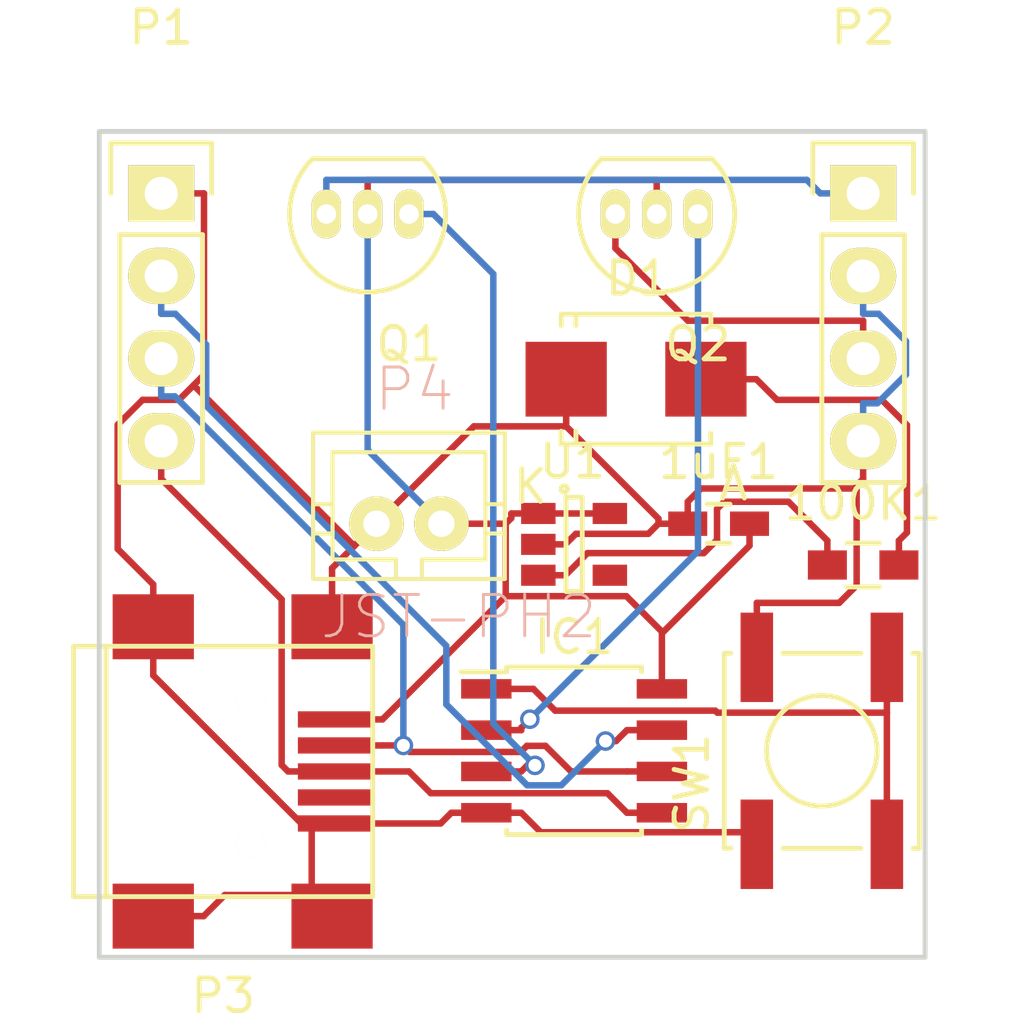
<source format=kicad_pcb>
(kicad_pcb (version 4) (host pcbnew "(2015-11-19 BZR 6326, Git 08d9b36)-product")

  (general
    (links 34)
    (no_connects 0)
    (area 187.296667 84.58 219.103334 116.46118)
    (thickness 1.6)
    (drawings 4)
    (tracks 159)
    (zones 0)
    (modules 12)
    (nets 13)
  )

  (page A4)
  (layers
    (0 F.Cu signal)
    (31 B.Cu signal)
    (32 B.Adhes user)
    (33 F.Adhes user)
    (34 B.Paste user)
    (35 F.Paste user)
    (36 B.SilkS user)
    (37 F.SilkS user)
    (38 B.Mask user)
    (39 F.Mask user)
    (40 Dwgs.User user)
    (41 Cmts.User user)
    (42 Eco1.User user)
    (43 Eco2.User user)
    (44 Edge.Cuts user)
    (45 Margin user)
    (46 B.CrtYd user)
    (47 F.CrtYd user)
    (48 B.Fab user)
    (49 F.Fab user)
  )

  (setup
    (last_trace_width 0.2)
    (trace_clearance 0.2)
    (zone_clearance 0.508)
    (zone_45_only no)
    (trace_min 0.2)
    (segment_width 0.2)
    (edge_width 0.15)
    (via_size 0.6)
    (via_drill 0.4)
    (via_min_size 0.4)
    (via_min_drill 0.3)
    (uvia_size 0.3)
    (uvia_drill 0.1)
    (uvias_allowed no)
    (uvia_min_size 0.2)
    (uvia_min_drill 0.1)
    (pcb_text_width 0.3)
    (pcb_text_size 1.5 1.5)
    (mod_edge_width 0.15)
    (mod_text_size 1 1)
    (mod_text_width 0.15)
    (pad_size 1.524 1.524)
    (pad_drill 0.762)
    (pad_to_mask_clearance 0.2)
    (aux_axis_origin 0 0)
    (visible_elements FFFFFF7F)
    (pcbplotparams
      (layerselection 0x01030_80000001)
      (usegerberextensions false)
      (excludeedgelayer true)
      (linewidth 0.100000)
      (plotframeref false)
      (viasonmask false)
      (mode 1)
      (useauxorigin false)
      (hpglpennumber 1)
      (hpglpenspeed 20)
      (hpglpendiameter 15)
      (hpglpenoverlay 2)
      (psnegative false)
      (psa4output false)
      (plotreference true)
      (plotvalue true)
      (plotinvisibletext false)
      (padsonsilk false)
      (subtractmaskfromsilk false)
      (outputformat 1)
      (mirror false)
      (drillshape 0)
      (scaleselection 1)
      (outputdirectory Export/))
  )

  (net 0 "")
  (net 1 VCC)
  (net 2 GND)
  (net 3 "Net-(100K1-Pad1)")
  (net 4 "Net-(100K1-Pad2)")
  (net 5 "Net-(IC1-Pad1)")
  (net 6 "Net-(IC1-Pad2)")
  (net 7 "Net-(IC1-Pad3)")
  (net 8 "Net-(IC1-Pad5)")
  (net 9 "Net-(IC1-Pad6)")
  (net 10 "Net-(IC1-Pad7)")
  (net 11 "Net-(P2-Pad1)")
  (net 12 "Net-(P2-Pad3)")

  (net_class Default "This is the default net class."
    (clearance 0.2)
    (trace_width 0.2)
    (via_dia 0.6)
    (via_drill 0.4)
    (uvia_dia 0.3)
    (uvia_drill 0.1)
    (add_net GND)
    (add_net "Net-(100K1-Pad1)")
    (add_net "Net-(100K1-Pad2)")
    (add_net "Net-(IC1-Pad1)")
    (add_net "Net-(IC1-Pad2)")
    (add_net "Net-(IC1-Pad3)")
    (add_net "Net-(IC1-Pad5)")
    (add_net "Net-(IC1-Pad6)")
    (add_net "Net-(IC1-Pad7)")
    (add_net "Net-(P2-Pad1)")
    (add_net "Net-(P2-Pad3)")
    (add_net VCC)
  )

  (module Capacitors_SMD:C_0603_HandSoldering (layer F.Cu) (tedit 541A9B4D) (tstamp 56512B6C)
    (at 31.242 24.257)
    (descr "Capacitor SMD 0603, hand soldering")
    (tags "capacitor 0603")
    (path /5650EBA0)
    (attr smd)
    (fp_text reference 1uF1 (at 0 -1.9) (layer F.SilkS)
      (effects (font (size 1 1) (thickness 0.15)))
    )
    (fp_text value C (at 0 1.9) (layer F.Fab)
      (effects (font (size 1 1) (thickness 0.15)))
    )
    (fp_line (start -1.85 -0.75) (end 1.85 -0.75) (layer F.CrtYd) (width 0.05))
    (fp_line (start -1.85 0.75) (end 1.85 0.75) (layer F.CrtYd) (width 0.05))
    (fp_line (start -1.85 -0.75) (end -1.85 0.75) (layer F.CrtYd) (width 0.05))
    (fp_line (start 1.85 -0.75) (end 1.85 0.75) (layer F.CrtYd) (width 0.05))
    (fp_line (start -0.35 -0.6) (end 0.35 -0.6) (layer F.SilkS) (width 0.15))
    (fp_line (start 0.35 0.6) (end -0.35 0.6) (layer F.SilkS) (width 0.15))
    (pad 1 smd rect (at -0.95 0) (size 1.2 0.75) (layers F.Cu F.Paste F.Mask)
      (net 2 GND))
    (pad 2 smd rect (at 0.95 0) (size 1.2 0.75) (layers F.Cu F.Paste F.Mask)
      (net 1 VCC))
    (model Capacitors_SMD.3dshapes/C_0603_HandSoldering.wrl
      (at (xyz 0 0 0))
      (scale (xyz 1 1 1))
      (rotate (xyz 0 0 0))
    )
  )

  (module Resistors_SMD:R_0603_HandSoldering (layer F.Cu) (tedit 5418A00F) (tstamp 56512B78)
    (at 35.687 25.527)
    (descr "Resistor SMD 0603, hand soldering")
    (tags "resistor 0603")
    (path /5650F154)
    (attr smd)
    (fp_text reference 100K1 (at 0 -1.9) (layer F.SilkS)
      (effects (font (size 1 1) (thickness 0.15)))
    )
    (fp_text value R (at 0 1.9) (layer F.Fab)
      (effects (font (size 1 1) (thickness 0.15)))
    )
    (fp_line (start -2 -0.8) (end 2 -0.8) (layer F.CrtYd) (width 0.05))
    (fp_line (start -2 0.8) (end 2 0.8) (layer F.CrtYd) (width 0.05))
    (fp_line (start -2 -0.8) (end -2 0.8) (layer F.CrtYd) (width 0.05))
    (fp_line (start 2 -0.8) (end 2 0.8) (layer F.CrtYd) (width 0.05))
    (fp_line (start 0.5 0.675) (end -0.5 0.675) (layer F.SilkS) (width 0.15))
    (fp_line (start -0.5 -0.675) (end 0.5 -0.675) (layer F.SilkS) (width 0.15))
    (pad 1 smd rect (at -1.1 0) (size 1.2 0.9) (layers F.Cu F.Paste F.Mask)
      (net 3 "Net-(100K1-Pad1)"))
    (pad 2 smd rect (at 1.1 0) (size 1.2 0.9) (layers F.Cu F.Paste F.Mask)
      (net 4 "Net-(100K1-Pad2)"))
    (model Resistors_SMD.3dshapes/R_0603_HandSoldering.wrl
      (at (xyz 0 0 0))
      (scale (xyz 1 1 1))
      (rotate (xyz 0 0 0))
    )
  )

  (module Housings_SOIC:SOIC-8_3.9x4.9mm_Pitch1.27mm locked (layer F.Cu) (tedit 54130A77) (tstamp 56512BAA)
    (at 26.797 31.242)
    (descr "8-Lead Plastic Small Outline (SN) - Narrow, 3.90 mm Body [SOIC] (see Microchip Packaging Specification 00000049BS.pdf)")
    (tags "SOIC 1.27")
    (path /5650E9BF)
    (attr smd)
    (fp_text reference IC1 (at 0 -3.5) (layer F.SilkS)
      (effects (font (size 1 1) (thickness 0.15)))
    )
    (fp_text value ATTINY85-S (at 0 3.5) (layer F.Fab)
      (effects (font (size 1 1) (thickness 0.15)))
    )
    (fp_line (start -3.75 -2.75) (end -3.75 2.75) (layer F.CrtYd) (width 0.05))
    (fp_line (start 3.75 -2.75) (end 3.75 2.75) (layer F.CrtYd) (width 0.05))
    (fp_line (start -3.75 -2.75) (end 3.75 -2.75) (layer F.CrtYd) (width 0.05))
    (fp_line (start -3.75 2.75) (end 3.75 2.75) (layer F.CrtYd) (width 0.05))
    (fp_line (start -2.075 -2.575) (end -2.075 -2.43) (layer F.SilkS) (width 0.15))
    (fp_line (start 2.075 -2.575) (end 2.075 -2.43) (layer F.SilkS) (width 0.15))
    (fp_line (start 2.075 2.575) (end 2.075 2.43) (layer F.SilkS) (width 0.15))
    (fp_line (start -2.075 2.575) (end -2.075 2.43) (layer F.SilkS) (width 0.15))
    (fp_line (start -2.075 -2.575) (end 2.075 -2.575) (layer F.SilkS) (width 0.15))
    (fp_line (start -2.075 2.575) (end 2.075 2.575) (layer F.SilkS) (width 0.15))
    (fp_line (start -2.075 -2.43) (end -3.475 -2.43) (layer F.SilkS) (width 0.15))
    (pad 1 smd rect (at -2.7 -1.905) (size 1.55 0.6) (layers F.Cu F.Paste F.Mask)
      (net 5 "Net-(IC1-Pad1)"))
    (pad 2 smd rect (at -2.7 -0.635) (size 1.55 0.6) (layers F.Cu F.Paste F.Mask)
      (net 6 "Net-(IC1-Pad2)"))
    (pad 3 smd rect (at -2.7 0.635) (size 1.55 0.6) (layers F.Cu F.Paste F.Mask)
      (net 7 "Net-(IC1-Pad3)"))
    (pad 4 smd rect (at -2.7 1.905) (size 1.55 0.6) (layers F.Cu F.Paste F.Mask)
      (net 2 GND))
    (pad 5 smd rect (at 2.7 1.905) (size 1.55 0.6) (layers F.Cu F.Paste F.Mask)
      (net 8 "Net-(IC1-Pad5)"))
    (pad 6 smd rect (at 2.7 0.635) (size 1.55 0.6) (layers F.Cu F.Paste F.Mask)
      (net 9 "Net-(IC1-Pad6)"))
    (pad 7 smd rect (at 2.7 -0.635) (size 1.55 0.6) (layers F.Cu F.Paste F.Mask)
      (net 10 "Net-(IC1-Pad7)"))
    (pad 8 smd rect (at 2.7 -1.905) (size 1.55 0.6) (layers F.Cu F.Paste F.Mask)
      (net 1 VCC))
    (model Housings_SOIC.3dshapes/SOIC-8_3.9x4.9mm_Pitch1.27mm.wrl
      (at (xyz 0 0 0))
      (scale (xyz 1 1 1))
      (rotate (xyz 0 0 0))
    )
  )

  (module Pin_Headers:Pin_Header_Straight_1x04 (layer F.Cu) (tedit 0) (tstamp 56512BBD)
    (at 14.097 14.097)
    (descr "Through hole pin header")
    (tags "pin header")
    (path /5650FB46)
    (fp_text reference P1 (at 0 -5.1) (layer F.SilkS)
      (effects (font (size 1 1) (thickness 0.15)))
    )
    (fp_text value CONN_01X04 (at 0 -3.1) (layer F.Fab)
      (effects (font (size 1 1) (thickness 0.15)))
    )
    (fp_line (start -1.75 -1.75) (end -1.75 9.4) (layer F.CrtYd) (width 0.05))
    (fp_line (start 1.75 -1.75) (end 1.75 9.4) (layer F.CrtYd) (width 0.05))
    (fp_line (start -1.75 -1.75) (end 1.75 -1.75) (layer F.CrtYd) (width 0.05))
    (fp_line (start -1.75 9.4) (end 1.75 9.4) (layer F.CrtYd) (width 0.05))
    (fp_line (start -1.27 1.27) (end -1.27 8.89) (layer F.SilkS) (width 0.15))
    (fp_line (start 1.27 1.27) (end 1.27 8.89) (layer F.SilkS) (width 0.15))
    (fp_line (start 1.55 -1.55) (end 1.55 0) (layer F.SilkS) (width 0.15))
    (fp_line (start -1.27 8.89) (end 1.27 8.89) (layer F.SilkS) (width 0.15))
    (fp_line (start 1.27 1.27) (end -1.27 1.27) (layer F.SilkS) (width 0.15))
    (fp_line (start -1.55 0) (end -1.55 -1.55) (layer F.SilkS) (width 0.15))
    (fp_line (start -1.55 -1.55) (end 1.55 -1.55) (layer F.SilkS) (width 0.15))
    (pad 1 thru_hole rect (at 0 0) (size 2.032 1.7272) (drill 1.016) (layers *.Cu *.Mask F.SilkS)
      (net 2 GND))
    (pad 2 thru_hole oval (at 0 2.54) (size 2.032 1.7272) (drill 1.016) (layers *.Cu *.Mask F.SilkS)
      (net 10 "Net-(IC1-Pad7)"))
    (pad 3 thru_hole oval (at 0 5.08) (size 2.032 1.7272) (drill 1.016) (layers *.Cu *.Mask F.SilkS)
      (net 9 "Net-(IC1-Pad6)"))
    (pad 4 thru_hole oval (at 0 7.62) (size 2.032 1.7272) (drill 1.016) (layers *.Cu *.Mask F.SilkS)
      (net 8 "Net-(IC1-Pad5)"))
    (model Pin_Headers.3dshapes/Pin_Header_Straight_1x04.wrl
      (at (xyz 0 -0.15 0))
      (scale (xyz 1 1 1))
      (rotate (xyz 0 0 90))
    )
  )

  (module Pin_Headers:Pin_Header_Straight_1x04 (layer F.Cu) (tedit 0) (tstamp 56512BD0)
    (at 35.687 14.097)
    (descr "Through hole pin header")
    (tags "pin header")
    (path /5650F76C)
    (fp_text reference P2 (at 0 -5.1) (layer F.SilkS)
      (effects (font (size 1 1) (thickness 0.15)))
    )
    (fp_text value CONN_01X04 (at 0 -3.1) (layer F.Fab)
      (effects (font (size 1 1) (thickness 0.15)))
    )
    (fp_line (start -1.75 -1.75) (end -1.75 9.4) (layer F.CrtYd) (width 0.05))
    (fp_line (start 1.75 -1.75) (end 1.75 9.4) (layer F.CrtYd) (width 0.05))
    (fp_line (start -1.75 -1.75) (end 1.75 -1.75) (layer F.CrtYd) (width 0.05))
    (fp_line (start -1.75 9.4) (end 1.75 9.4) (layer F.CrtYd) (width 0.05))
    (fp_line (start -1.27 1.27) (end -1.27 8.89) (layer F.SilkS) (width 0.15))
    (fp_line (start 1.27 1.27) (end 1.27 8.89) (layer F.SilkS) (width 0.15))
    (fp_line (start 1.55 -1.55) (end 1.55 0) (layer F.SilkS) (width 0.15))
    (fp_line (start -1.27 8.89) (end 1.27 8.89) (layer F.SilkS) (width 0.15))
    (fp_line (start 1.27 1.27) (end -1.27 1.27) (layer F.SilkS) (width 0.15))
    (fp_line (start -1.55 0) (end -1.55 -1.55) (layer F.SilkS) (width 0.15))
    (fp_line (start -1.55 -1.55) (end 1.55 -1.55) (layer F.SilkS) (width 0.15))
    (pad 1 thru_hole rect (at 0 0) (size 2.032 1.7272) (drill 1.016) (layers *.Cu *.Mask F.SilkS)
      (net 11 "Net-(P2-Pad1)"))
    (pad 2 thru_hole oval (at 0 2.54) (size 2.032 1.7272) (drill 1.016) (layers *.Cu *.Mask F.SilkS)
      (net 2 GND))
    (pad 3 thru_hole oval (at 0 5.08) (size 2.032 1.7272) (drill 1.016) (layers *.Cu *.Mask F.SilkS)
      (net 12 "Net-(P2-Pad3)"))
    (pad 4 thru_hole oval (at 0 7.62) (size 2.032 1.7272) (drill 1.016) (layers *.Cu *.Mask F.SilkS)
      (net 2 GND))
    (model Pin_Headers.3dshapes/Pin_Header_Straight_1x04.wrl
      (at (xyz 0 -0.15 0))
      (scale (xyz 1 1 1))
      (rotate (xyz 0 0 90))
    )
  )

  (module Connect:USB_Mini-B locked (layer F.Cu) (tedit 5543E571) (tstamp 56512BE8)
    (at 16.002 31.877)
    (descr "USB Mini-B 5-pin SMD connector")
    (tags "USB USB_B USB_Mini connector")
    (path /5650EA4E)
    (attr smd)
    (fp_text reference P3 (at 0 6.90118) (layer F.SilkS)
      (effects (font (size 1 1) (thickness 0.15)))
    )
    (fp_text value USB_OTG (at 0 -7.0993) (layer F.Fab)
      (effects (font (size 1 1) (thickness 0.15)))
    )
    (fp_line (start -4.85 -5.7) (end 4.85 -5.7) (layer F.CrtYd) (width 0.05))
    (fp_line (start 4.85 -5.7) (end 4.85 5.7) (layer F.CrtYd) (width 0.05))
    (fp_line (start 4.85 5.7) (end -4.85 5.7) (layer F.CrtYd) (width 0.05))
    (fp_line (start -4.85 5.7) (end -4.85 -5.7) (layer F.CrtYd) (width 0.05))
    (fp_line (start -3.59918 -3.85064) (end -3.59918 3.85064) (layer F.SilkS) (width 0.15))
    (fp_line (start -4.59994 -3.85064) (end -4.59994 3.85064) (layer F.SilkS) (width 0.15))
    (fp_line (start -4.59994 3.85064) (end 4.59994 3.85064) (layer F.SilkS) (width 0.15))
    (fp_line (start 4.59994 3.85064) (end 4.59994 -3.85064) (layer F.SilkS) (width 0.15))
    (fp_line (start 4.59994 -3.85064) (end -4.59994 -3.85064) (layer F.SilkS) (width 0.15))
    (pad 1 smd rect (at 3.44932 -1.6002) (size 2.30124 0.50038) (layers F.Cu F.Paste F.Mask)
      (net 1 VCC))
    (pad 2 smd rect (at 3.44932 -0.8001) (size 2.30124 0.50038) (layers F.Cu F.Paste F.Mask)
      (net 9 "Net-(IC1-Pad6)"))
    (pad 3 smd rect (at 3.44932 0) (size 2.30124 0.50038) (layers F.Cu F.Paste F.Mask)
      (net 8 "Net-(IC1-Pad5)"))
    (pad 4 smd rect (at 3.44932 0.8001) (size 2.30124 0.50038) (layers F.Cu F.Paste F.Mask))
    (pad 5 smd rect (at 3.44932 1.6002) (size 2.30124 0.50038) (layers F.Cu F.Paste F.Mask)
      (net 2 GND))
    (pad 6 smd rect (at 3.35026 -4.45008) (size 2.49936 1.99898) (layers F.Cu F.Paste F.Mask)
      (net 2 GND))
    (pad 6 smd rect (at -2.14884 -4.45008) (size 2.49936 1.99898) (layers F.Cu F.Paste F.Mask)
      (net 2 GND))
    (pad 6 smd rect (at 3.35026 4.45008) (size 2.49936 1.99898) (layers F.Cu F.Paste F.Mask)
      (net 2 GND))
    (pad 6 smd rect (at -2.14884 4.45008) (size 2.49936 1.99898) (layers F.Cu F.Paste F.Mask)
      (net 2 GND))
    (pad "" np_thru_hole circle (at 0.8509 -2.19964) (size 0.89916 0.89916) (drill 0.89916) (layers *.Cu *.Mask F.SilkS))
    (pad "" np_thru_hole circle (at 0.8509 2.19964) (size 0.89916 0.89916) (drill 0.89916) (layers *.Cu *.Mask F.SilkS))
  )

  (module Housings_TO-92:TO-92_Inline_Narrow_Oval (layer F.Cu) (tedit 54F24281) (tstamp 56512BF6)
    (at 21.717 14.732 180)
    (descr "TO-92 leads in-line, narrow, oval pads, drill 0.6mm (see NXP sot054_po.pdf)")
    (tags "to-92 sc-43 sc-43a sot54 PA33 transistor")
    (path /5650F356)
    (fp_text reference Q1 (at 0 -4 180) (layer F.SilkS)
      (effects (font (size 1 1) (thickness 0.15)))
    )
    (fp_text value Q_NPN_BCE (at 0 3 180) (layer F.Fab)
      (effects (font (size 1 1) (thickness 0.15)))
    )
    (fp_line (start -1.4 1.95) (end -1.4 -2.65) (layer F.CrtYd) (width 0.05))
    (fp_line (start -1.4 1.95) (end 3.95 1.95) (layer F.CrtYd) (width 0.05))
    (fp_line (start -0.43 1.7) (end 2.97 1.7) (layer F.SilkS) (width 0.15))
    (fp_arc (start 1.27 0) (end 1.27 -2.4) (angle -135) (layer F.SilkS) (width 0.15))
    (fp_arc (start 1.27 0) (end 1.27 -2.4) (angle 135) (layer F.SilkS) (width 0.15))
    (fp_line (start -1.4 -2.65) (end 3.95 -2.65) (layer F.CrtYd) (width 0.05))
    (fp_line (start 3.95 1.95) (end 3.95 -2.65) (layer F.CrtYd) (width 0.05))
    (pad 2 thru_hole oval (at 1.27 0) (size 0.89916 1.50114) (drill 0.6) (layers *.Cu *.Mask F.SilkS)
      (net 1 VCC))
    (pad 3 thru_hole oval (at 2.54 0) (size 0.89916 1.50114) (drill 0.6) (layers *.Cu *.Mask F.SilkS)
      (net 11 "Net-(P2-Pad1)"))
    (pad 1 thru_hole oval (at 0 0) (size 0.89916 1.50114) (drill 0.6) (layers *.Cu *.Mask F.SilkS)
      (net 7 "Net-(IC1-Pad3)"))
    (model Housings_TO-92.3dshapes/TO-92_Inline_Narrow_Oval.wrl
      (at (xyz 0.05 0 0))
      (scale (xyz 1 1 1))
      (rotate (xyz 0 0 -90))
    )
  )

  (module Housings_TO-92:TO-92_Inline_Narrow_Oval (layer F.Cu) (tedit 54F24281) (tstamp 56512C04)
    (at 30.607 14.732 180)
    (descr "TO-92 leads in-line, narrow, oval pads, drill 0.6mm (see NXP sot054_po.pdf)")
    (tags "to-92 sc-43 sc-43a sot54 PA33 transistor")
    (path /5650F48B)
    (fp_text reference Q2 (at 0 -4 180) (layer F.SilkS)
      (effects (font (size 1 1) (thickness 0.15)))
    )
    (fp_text value Q_NPN_BCE (at 0 3 180) (layer F.Fab)
      (effects (font (size 1 1) (thickness 0.15)))
    )
    (fp_line (start -1.4 1.95) (end -1.4 -2.65) (layer F.CrtYd) (width 0.05))
    (fp_line (start -1.4 1.95) (end 3.95 1.95) (layer F.CrtYd) (width 0.05))
    (fp_line (start -0.43 1.7) (end 2.97 1.7) (layer F.SilkS) (width 0.15))
    (fp_arc (start 1.27 0) (end 1.27 -2.4) (angle -135) (layer F.SilkS) (width 0.15))
    (fp_arc (start 1.27 0) (end 1.27 -2.4) (angle 135) (layer F.SilkS) (width 0.15))
    (fp_line (start -1.4 -2.65) (end 3.95 -2.65) (layer F.CrtYd) (width 0.05))
    (fp_line (start 3.95 1.95) (end 3.95 -2.65) (layer F.CrtYd) (width 0.05))
    (pad 2 thru_hole oval (at 1.27 0) (size 0.89916 1.50114) (drill 0.6) (layers *.Cu *.Mask F.SilkS)
      (net 1 VCC))
    (pad 3 thru_hole oval (at 2.54 0) (size 0.89916 1.50114) (drill 0.6) (layers *.Cu *.Mask F.SilkS)
      (net 12 "Net-(P2-Pad3)"))
    (pad 1 thru_hole oval (at 0 0) (size 0.89916 1.50114) (drill 0.6) (layers *.Cu *.Mask F.SilkS)
      (net 6 "Net-(IC1-Pad2)"))
    (model Housings_TO-92.3dshapes/TO-92_Inline_Narrow_Oval.wrl
      (at (xyz 0.05 0 0))
      (scale (xyz 1 1 1))
      (rotate (xyz 0 0 -90))
    )
  )

  (module Buttons_Switches_SMD:SW_SPST_EVPBF (layer F.Cu) (tedit 55DAF9A7) (tstamp 56512C19)
    (at 34.417 31.242 90)
    (descr "Light Touch Switch")
    (path /5650F657)
    (attr smd)
    (fp_text reference SW1 (at -1 -4 90) (layer F.SilkS)
      (effects (font (size 1 1) (thickness 0.15)))
    )
    (fp_text value SW_PUSH (at 0 0 90) (layer F.Fab)
      (effects (font (size 1 1) (thickness 0.15)))
    )
    (fp_line (start -4.5 -3.25) (end 4.5 -3.25) (layer F.CrtYd) (width 0.05))
    (fp_line (start 4.5 -3.25) (end 4.5 3.25) (layer F.CrtYd) (width 0.05))
    (fp_line (start 4.5 3.25) (end -4.5 3.25) (layer F.CrtYd) (width 0.05))
    (fp_line (start -4.5 3.25) (end -4.5 -3.25) (layer F.CrtYd) (width 0.05))
    (fp_line (start 3 -3) (end 3 -2.8) (layer F.SilkS) (width 0.15))
    (fp_line (start 3 3) (end 3 2.8) (layer F.SilkS) (width 0.15))
    (fp_line (start -3 3) (end -3 2.8) (layer F.SilkS) (width 0.15))
    (fp_line (start -3 -3) (end -3 -2.8) (layer F.SilkS) (width 0.15))
    (fp_line (start -3 -1.2) (end -3 1.2) (layer F.SilkS) (width 0.15))
    (fp_line (start 3 -1.2) (end 3 1.2) (layer F.SilkS) (width 0.15))
    (fp_line (start 3 -3) (end -3 -3) (layer F.SilkS) (width 0.15))
    (fp_line (start -3 3) (end 3 3) (layer F.SilkS) (width 0.15))
    (fp_circle (center 0 0) (end 1.7 0) (layer F.SilkS) (width 0.15))
    (pad 1 smd rect (at 2.875 -2 90) (size 2.75 1) (layers F.Cu F.Paste F.Mask)
      (net 2 GND))
    (pad 1 smd rect (at -2.875 -2 90) (size 2.75 1) (layers F.Cu F.Paste F.Mask)
      (net 2 GND))
    (pad 2 smd rect (at -2.875 2 90) (size 2.75 1) (layers F.Cu F.Paste F.Mask)
      (net 5 "Net-(IC1-Pad1)"))
    (pad 2 smd rect (at 2.875 2 90) (size 2.75 1) (layers F.Cu F.Paste F.Mask)
      (net 5 "Net-(IC1-Pad1)"))
  )

  (module Housings_SOT-23_SOT-143_TSOT-6:SOT-23-5 (layer F.Cu) (tedit 55360473) (tstamp 56512C2B)
    (at 26.797 24.892)
    (descr "5-pin SOT23 package")
    (tags SOT-23-5)
    (path /5650E982)
    (attr smd)
    (fp_text reference U1 (at -0.05 -2.55) (layer F.SilkS)
      (effects (font (size 1 1) (thickness 0.15)))
    )
    (fp_text value Maxim_1555 (at -0.05 2.35) (layer F.Fab)
      (effects (font (size 1 1) (thickness 0.15)))
    )
    (fp_line (start -1.8 -1.6) (end 1.8 -1.6) (layer F.CrtYd) (width 0.05))
    (fp_line (start 1.8 -1.6) (end 1.8 1.6) (layer F.CrtYd) (width 0.05))
    (fp_line (start 1.8 1.6) (end -1.8 1.6) (layer F.CrtYd) (width 0.05))
    (fp_line (start -1.8 1.6) (end -1.8 -1.6) (layer F.CrtYd) (width 0.05))
    (fp_circle (center -0.3 -1.7) (end -0.2 -1.7) (layer F.SilkS) (width 0.15))
    (fp_line (start 0.25 -1.45) (end -0.25 -1.45) (layer F.SilkS) (width 0.15))
    (fp_line (start 0.25 1.45) (end 0.25 -1.45) (layer F.SilkS) (width 0.15))
    (fp_line (start -0.25 1.45) (end 0.25 1.45) (layer F.SilkS) (width 0.15))
    (fp_line (start -0.25 -1.45) (end -0.25 1.45) (layer F.SilkS) (width 0.15))
    (pad 1 smd rect (at -1.1 -0.95) (size 1.06 0.65) (layers F.Cu F.Paste F.Mask)
      (net 1 VCC))
    (pad 2 smd rect (at -1.1 0) (size 1.06 0.65) (layers F.Cu F.Paste F.Mask)
      (net 2 GND))
    (pad 3 smd rect (at -1.1 0.95) (size 1.06 0.65) (layers F.Cu F.Paste F.Mask)
      (net 3 "Net-(100K1-Pad1)"))
    (pad 4 smd rect (at 1.1 0.95) (size 1.06 0.65) (layers F.Cu F.Paste F.Mask))
    (pad 5 smd rect (at 1.1 -0.95) (size 1.06 0.65) (layers F.Cu F.Paste F.Mask)
      (net 1 VCC))
    (model Housings_SOT-23_SOT-143_TSOT-6.3dshapes/SOT-23-5.wrl
      (at (xyz 0 0 0))
      (scale (xyz 0.11 0.11 0.11))
      (rotate (xyz 0 0 90))
    )
  )

  (module jst-ph:jst-ph-JST-PH2 (layer F.Cu) (tedit 200000) (tstamp 56512F3A)
    (at 21.717 24.257)
    (path /5650F080)
    (attr virtual)
    (fp_text reference P4 (at 0.17272 -4.13258) (layer B.SilkS)
      (effects (font (size 1.27 1.27) (thickness 0.0889)))
    )
    (fp_text value JST-PH2 (at 1.53416 2.86258) (layer B.SilkS)
      (effects (font (size 1.27 1.27) (thickness 0.0889)))
    )
    (fp_line (start -2.94894 1.69926) (end -0.39878 1.69926) (layer F.SilkS) (width 0.127))
    (fp_line (start -0.39878 1.69926) (end 0.39878 1.69926) (layer F.SilkS) (width 0.127))
    (fp_line (start 0.39878 1.69926) (end 2.94894 1.69926) (layer F.SilkS) (width 0.127))
    (fp_line (start -2.94894 -2.79908) (end 2.94894 -2.79908) (layer F.SilkS) (width 0.127))
    (fp_line (start 2.94894 -2.79908) (end 2.94894 -0.59944) (layer F.SilkS) (width 0.127))
    (fp_line (start 2.94894 -0.59944) (end 2.94894 0.29972) (layer F.SilkS) (width 0.127))
    (fp_line (start 2.94894 0.29972) (end 2.94894 1.69926) (layer F.SilkS) (width 0.127))
    (fp_line (start -2.94894 -2.79908) (end -2.94894 -0.59944) (layer F.SilkS) (width 0.127))
    (fp_line (start -2.94894 -0.59944) (end -2.94894 0.29972) (layer F.SilkS) (width 0.127))
    (fp_line (start -2.94894 0.29972) (end -2.94894 1.69926) (layer F.SilkS) (width 0.127))
    (fp_line (start -2.3495 -2.19964) (end 2.3495 -2.19964) (layer F.SilkS) (width 0.127))
    (fp_line (start -2.3495 -2.19964) (end -2.3495 -0.59944) (layer F.SilkS) (width 0.127))
    (fp_line (start -2.3495 -0.59944) (end -2.3495 0.29972) (layer F.SilkS) (width 0.127))
    (fp_line (start -2.3495 0.29972) (end -2.3495 1.09982) (layer F.SilkS) (width 0.127))
    (fp_line (start -2.3495 1.09982) (end -0.39878 1.09982) (layer F.SilkS) (width 0.127))
    (fp_line (start 2.3495 -2.19964) (end 2.3495 -0.59944) (layer F.SilkS) (width 0.127))
    (fp_line (start 2.3495 -0.59944) (end 2.3495 0.29972) (layer F.SilkS) (width 0.127))
    (fp_line (start 2.3495 0.29972) (end 2.3495 1.09982) (layer F.SilkS) (width 0.127))
    (fp_line (start -2.94894 0.29972) (end -2.3495 0.29972) (layer F.SilkS) (width 0.127))
    (fp_line (start -2.94894 -0.59944) (end -2.3495 -0.59944) (layer F.SilkS) (width 0.127))
    (fp_line (start 2.3495 -0.59944) (end 2.94894 -0.59944) (layer F.SilkS) (width 0.127))
    (fp_line (start 2.3495 0.29972) (end 2.94894 0.29972) (layer F.SilkS) (width 0.127))
    (fp_line (start 0.39878 1.09982) (end 2.3495 1.09982) (layer F.SilkS) (width 0.127))
    (fp_line (start 0.39878 1.09982) (end 0.39878 1.69926) (layer F.SilkS) (width 0.127))
    (fp_line (start -0.39878 1.09982) (end -0.39878 1.69926) (layer F.SilkS) (width 0.127))
    (pad 1 thru_hole circle (at 0.99822 0) (size 1.6764 3.3528) (drill 0.8128) (layers *.Cu F.Paste F.SilkS F.Mask)
      (net 1 VCC))
    (pad 2 thru_hole circle (at -0.99822 0) (size 1.6764 3.3528) (drill 0.8128) (layers *.Cu F.Paste F.SilkS F.Mask)
      (net 2 GND))
  )

  (module Diodes_SMD:SMB_Standard (layer F.Cu) (tedit 552FF363) (tstamp 56513EDB)
    (at 28.702 19.812)
    (descr "Diode SMB Standard")
    (tags "Diode SMB Standard")
    (path /5650EF83)
    (attr smd)
    (fp_text reference D1 (at 0.05 -3.1) (layer F.SilkS)
      (effects (font (size 1 1) (thickness 0.15)))
    )
    (fp_text value Led_Small (at 0.05 4.7) (layer F.Fab)
      (effects (font (size 1 1) (thickness 0.15)))
    )
    (fp_line (start -3.65 -2.25) (end 3.65 -2.25) (layer F.CrtYd) (width 0.05))
    (fp_line (start 3.65 -2.25) (end 3.65 2.25) (layer F.CrtYd) (width 0.05))
    (fp_line (start 3.65 2.25) (end -3.65 2.25) (layer F.CrtYd) (width 0.05))
    (fp_line (start -3.65 2.25) (end -3.65 -2.25) (layer F.CrtYd) (width 0.05))
    (fp_text user K (at -3.25 3.3) (layer F.SilkS)
      (effects (font (size 1 1) (thickness 0.15)))
    )
    (fp_text user A (at 3 3.2) (layer F.SilkS)
      (effects (font (size 1 1) (thickness 0.15)))
    )
    (fp_line (start -2.30632 1.8) (end -2.30632 1.6002) (layer F.SilkS) (width 0.15))
    (fp_line (start -1.84928 1.75) (end -1.84928 1.601) (layer F.SilkS) (width 0.15))
    (fp_line (start 2.29616 1.8) (end 2.29616 1.651) (layer F.SilkS) (width 0.15))
    (fp_line (start -2.30124 -1.8) (end -2.30124 -1.651) (layer F.SilkS) (width 0.15))
    (fp_line (start -1.84928 -1.8) (end -1.84928 -1.651) (layer F.SilkS) (width 0.15))
    (fp_line (start 2.30124 -1.8) (end 2.30124 -1.651) (layer F.SilkS) (width 0.15))
    (fp_circle (center 0 0) (end 0.44958 0.09906) (layer F.Adhes) (width 0.381))
    (fp_circle (center 0 0) (end 0.20066 0.09906) (layer F.Adhes) (width 0.381))
    (fp_line (start -1.84928 1.94898) (end -1.84928 1.75086) (layer F.SilkS) (width 0.15))
    (fp_line (start -1.84928 -1.99898) (end -1.84928 -1.80086) (layer F.SilkS) (width 0.15))
    (fp_line (start 2.29616 1.99644) (end 2.29616 1.79832) (layer F.SilkS) (width 0.15))
    (fp_line (start -2.30632 1.99644) (end 2.29616 1.99644) (layer F.SilkS) (width 0.15))
    (fp_line (start -2.30632 1.99644) (end -2.30632 1.79832) (layer F.SilkS) (width 0.15))
    (fp_line (start -2.30124 -1.99898) (end -2.30124 -1.80086) (layer F.SilkS) (width 0.15))
    (fp_line (start -2.30124 -1.99898) (end 2.30124 -1.99898) (layer F.SilkS) (width 0.15))
    (fp_line (start 2.30124 -1.99898) (end 2.30124 -1.80086) (layer F.SilkS) (width 0.15))
    (pad 1 smd rect (at -2.14884 0) (size 2.49936 2.30124) (layers F.Cu F.Paste F.Mask)
      (net 2 GND))
    (pad 2 smd rect (at 2.14884 0) (size 2.49936 2.30124) (layers F.Cu F.Paste F.Mask)
      (net 4 "Net-(100K1-Pad2)"))
    (model Diodes_SMD.3dshapes/SMB_Standard.wrl
      (at (xyz 0 0 0))
      (scale (xyz 0.3937 0.3937 0.3937))
      (rotate (xyz 0 0 180))
    )
  )

  (gr_line (start 37.592 12.192) (end 12.192 12.192) (angle 90) (layer Edge.Cuts) (width 0.15))
  (gr_line (start 37.592 37.592) (end 37.592 12.192) (angle 90) (layer Edge.Cuts) (width 0.15))
  (gr_line (start 12.192 37.592) (end 37.592 37.592) (angle 90) (layer Edge.Cuts) (width 0.15))
  (gr_line (start 12.192 12.192) (end 12.192 37.592) (angle 90) (layer Edge.Cuts) (width 0.15))

  (segment (start 20.447 21.9888) (end 20.447 14.732) (width 0.2) (layer B.Cu) (net 1))
  (segment (start 22.7152 24.257) (end 20.447 21.9888) (width 0.2) (layer B.Cu) (net 1))
  (segment (start 27.897 23.942) (end 25.697 23.942) (width 0.2) (layer F.Cu) (net 1))
  (segment (start 19.4513 30.2768) (end 20.9022 30.2768) (width 0.2) (layer F.Cu) (net 1))
  (segment (start 32.192 24.257) (end 32.192 24.9323) (width 0.2) (layer F.Cu) (net 1))
  (segment (start 29.497 27.5781) (end 29.497 29.337) (width 0.2) (layer F.Cu) (net 1))
  (segment (start 29.5462 27.5781) (end 32.192 24.9323) (width 0.2) (layer F.Cu) (net 1))
  (segment (start 29.497 27.5781) (end 29.5462 27.5781) (width 0.2) (layer F.Cu) (net 1))
  (segment (start 20.447 13.6811) (end 29.337 13.6811) (width 0.2) (layer F.Cu) (net 1))
  (segment (start 20.447 14.732) (end 20.447 13.6811) (width 0.2) (layer F.Cu) (net 1))
  (segment (start 29.337 14.732) (end 29.337 13.6811) (width 0.2) (layer F.Cu) (net 1))
  (segment (start 20.9022 30.2768) (end 24.6933 26.4857) (width 0.2) (layer F.Cu) (net 1))
  (segment (start 28.4046 26.4857) (end 29.497 27.5781) (width 0.2) (layer F.Cu) (net 1))
  (segment (start 24.6933 26.4857) (end 28.4046 26.4857) (width 0.2) (layer F.Cu) (net 1))
  (segment (start 22.7152 24.257) (end 24.6933 24.257) (width 0.2) (layer F.Cu) (net 1))
  (segment (start 24.8667 24.0836) (end 24.6933 24.257) (width 0.2) (layer F.Cu) (net 1))
  (segment (start 24.8667 23.942) (end 24.8667 24.0836) (width 0.2) (layer F.Cu) (net 1))
  (segment (start 24.6933 24.257) (end 24.6933 26.4857) (width 0.2) (layer F.Cu) (net 1))
  (segment (start 25.697 23.942) (end 24.8667 23.942) (width 0.2) (layer F.Cu) (net 1))
  (segment (start 24.097 33.147) (end 23.0217 33.147) (width 0.2) (layer F.Cu) (net 2))
  (segment (start 22.6915 33.4772) (end 19.4513 33.4772) (width 0.2) (layer F.Cu) (net 2))
  (segment (start 23.0217 33.147) (end 22.6915 33.4772) (width 0.2) (layer F.Cu) (net 2))
  (segment (start 24.097 33.147) (end 25.1723 33.147) (width 0.2) (layer F.Cu) (net 2))
  (segment (start 32.417 34.117) (end 32.417 33.2793) (width 0.2) (layer F.Cu) (net 2))
  (segment (start 25.7726 33.7473) (end 25.1723 33.147) (width 0.2) (layer F.Cu) (net 2))
  (segment (start 31.949 33.7473) (end 25.7726 33.7473) (width 0.2) (layer F.Cu) (net 2))
  (segment (start 32.417 33.2793) (end 31.949 33.7473) (width 0.2) (layer F.Cu) (net 2))
  (segment (start 36.163 17.8009) (end 35.687 17.8009) (width 0.2) (layer B.Cu) (net 2))
  (segment (start 37.0043 18.6422) (end 36.163 17.8009) (width 0.2) (layer B.Cu) (net 2))
  (segment (start 37.0043 19.6723) (end 37.0043 18.6422) (width 0.2) (layer B.Cu) (net 2))
  (segment (start 36.1235 20.5531) (end 37.0043 19.6723) (width 0.2) (layer B.Cu) (net 2))
  (segment (start 35.687 20.5531) (end 36.1235 20.5531) (width 0.2) (layer B.Cu) (net 2))
  (segment (start 35.687 21.717) (end 35.687 20.5531) (width 0.2) (layer B.Cu) (net 2))
  (segment (start 35.687 16.637) (end 35.687 17.8009) (width 0.2) (layer B.Cu) (net 2))
  (segment (start 19.3523 36.3271) (end 19.3523 35.6772) (width 0.2) (layer F.Cu) (net 2))
  (segment (start 13.8532 36.3271) (end 15.4032 36.3271) (width 0.2) (layer F.Cu) (net 2))
  (segment (start 19.4513 33.4772) (end 18.7259 33.4772) (width 0.2) (layer F.Cu) (net 2))
  (segment (start 19.3523 35.6772) (end 18.7259 35.6772) (width 0.2) (layer F.Cu) (net 2))
  (segment (start 16.0531 35.6772) (end 15.4032 36.3271) (width 0.2) (layer F.Cu) (net 2))
  (segment (start 18.7259 35.6772) (end 16.0531 35.6772) (width 0.2) (layer F.Cu) (net 2))
  (segment (start 25.697 24.892) (end 26.5273 24.892) (width 0.2) (layer F.Cu) (net 2))
  (segment (start 30.292 24.257) (end 29.3917 24.257) (width 0.2) (layer F.Cu) (net 2))
  (segment (start 26.8519 24.5674) (end 26.5273 24.892) (width 0.2) (layer F.Cu) (net 2))
  (segment (start 29.0813 24.5674) (end 26.8519 24.5674) (width 0.2) (layer F.Cu) (net 2))
  (segment (start 29.3917 24.257) (end 29.0813 24.5674) (width 0.2) (layer F.Cu) (net 2))
  (segment (start 30.292 24.257) (end 30.292 23.5817) (width 0.2) (layer F.Cu) (net 2))
  (segment (start 14.097 14.097) (end 15.4133 14.097) (width 0.2) (layer F.Cu) (net 2))
  (segment (start 13.8532 27.4269) (end 13.8532 26.1271) (width 0.2) (layer F.Cu) (net 2))
  (segment (start 18.7259 33.4772) (end 18.7259 35.6772) (width 0.2) (layer F.Cu) (net 2))
  (segment (start 13.8532 28.9223) (end 13.8532 27.4269) (width 0.2) (layer F.Cu) (net 2))
  (segment (start 18.4081 33.4772) (end 13.8532 28.9223) (width 0.2) (layer F.Cu) (net 2))
  (segment (start 18.7259 33.4772) (end 18.4081 33.4772) (width 0.2) (layer F.Cu) (net 2))
  (segment (start 19.3523 25.6235) (end 20.0356 24.9402) (width 0.2) (layer F.Cu) (net 2))
  (segment (start 19.3523 27.4269) (end 19.3523 25.6235) (width 0.2) (layer F.Cu) (net 2))
  (segment (start 20.0356 24.9402) (end 15.0934 19.9979) (width 0.2) (layer F.Cu) (net 2))
  (segment (start 15.4133 19.678) (end 15.0934 19.9979) (width 0.2) (layer F.Cu) (net 2))
  (segment (start 15.4133 14.097) (end 15.4133 19.678) (width 0.2) (layer F.Cu) (net 2))
  (segment (start 12.758 25.0319) (end 13.8532 26.1271) (width 0.2) (layer F.Cu) (net 2))
  (segment (start 12.758 21.2137) (end 12.758 25.0319) (width 0.2) (layer F.Cu) (net 2))
  (segment (start 13.5247 20.447) (end 12.758 21.2137) (width 0.2) (layer F.Cu) (net 2))
  (segment (start 14.6443 20.447) (end 13.5247 20.447) (width 0.2) (layer F.Cu) (net 2))
  (segment (start 15.0934 19.9979) (end 14.6443 20.447) (width 0.2) (layer F.Cu) (net 2))
  (segment (start 29.3917 24.1014) (end 29.3917 24.257) (width 0.2) (layer F.Cu) (net 2))
  (segment (start 26.5532 21.2629) (end 29.3917 24.1014) (width 0.2) (layer F.Cu) (net 2))
  (segment (start 26.5532 19.812) (end 26.5532 21.2629) (width 0.2) (layer F.Cu) (net 2))
  (segment (start 20.0356 24.9402) (end 20.7188 24.257) (width 0.2) (layer F.Cu) (net 2))
  (segment (start 23.7129 21.2629) (end 26.5532 21.2629) (width 0.2) (layer F.Cu) (net 2))
  (segment (start 20.7188 24.257) (end 23.7129 21.2629) (width 0.2) (layer F.Cu) (net 2))
  (segment (start 32.417 28.367) (end 32.417 26.6917) (width 0.2) (layer F.Cu) (net 2))
  (segment (start 30.6999 23.1738) (end 35.4874 23.1738) (width 0.2) (layer F.Cu) (net 2))
  (segment (start 30.292 23.5817) (end 30.6999 23.1738) (width 0.2) (layer F.Cu) (net 2))
  (segment (start 35.4874 23.0805) (end 35.4874 23.1738) (width 0.2) (layer F.Cu) (net 2))
  (segment (start 35.687 22.8809) (end 35.4874 23.0805) (width 0.2) (layer F.Cu) (net 2))
  (segment (start 34.9505 26.6917) (end 32.417 26.6917) (width 0.2) (layer F.Cu) (net 2))
  (segment (start 35.4874 26.1548) (end 34.9505 26.6917) (width 0.2) (layer F.Cu) (net 2))
  (segment (start 35.4874 23.1738) (end 35.4874 26.1548) (width 0.2) (layer F.Cu) (net 2))
  (segment (start 35.687 21.717) (end 35.687 22.8809) (width 0.2) (layer F.Cu) (net 2))
  (segment (start 33.3919 23.5816) (end 34.587 24.7767) (width 0.2) (layer F.Cu) (net 3))
  (segment (start 31.4126 23.5816) (end 33.3919 23.5816) (width 0.2) (layer F.Cu) (net 3))
  (segment (start 31.1924 23.8018) (end 31.4126 23.5816) (width 0.2) (layer F.Cu) (net 3))
  (segment (start 31.1924 24.7563) (end 31.1924 23.8018) (width 0.2) (layer F.Cu) (net 3))
  (segment (start 30.7872 25.1615) (end 31.1924 24.7563) (width 0.2) (layer F.Cu) (net 3))
  (segment (start 27.2078 25.1615) (end 30.7872 25.1615) (width 0.2) (layer F.Cu) (net 3))
  (segment (start 26.5273 25.842) (end 27.2078 25.1615) (width 0.2) (layer F.Cu) (net 3))
  (segment (start 25.697 25.842) (end 26.5273 25.842) (width 0.2) (layer F.Cu) (net 3))
  (segment (start 34.587 25.527) (end 34.587 24.7767) (width 0.2) (layer F.Cu) (net 3))
  (segment (start 37.0343 24.5294) (end 36.787 24.7767) (width 0.2) (layer F.Cu) (net 4))
  (segment (start 37.0343 21.222) (end 37.0343 24.5294) (width 0.2) (layer F.Cu) (net 4))
  (segment (start 36.2593 20.447) (end 37.0343 21.222) (width 0.2) (layer F.Cu) (net 4))
  (segment (start 33.0358 20.447) (end 36.2593 20.447) (width 0.2) (layer F.Cu) (net 4))
  (segment (start 32.4008 19.812) (end 33.0358 20.447) (width 0.2) (layer F.Cu) (net 4))
  (segment (start 30.8508 19.812) (end 32.4008 19.812) (width 0.2) (layer F.Cu) (net 4))
  (segment (start 36.787 25.527) (end 36.787 24.7767) (width 0.2) (layer F.Cu) (net 4))
  (segment (start 25.5434 29.337) (end 24.097 29.337) (width 0.2) (layer F.Cu) (net 5))
  (segment (start 26.213 30.0066) (end 25.5434 29.337) (width 0.2) (layer F.Cu) (net 5))
  (segment (start 31.1401 30.0066) (end 26.213 30.0066) (width 0.2) (layer F.Cu) (net 5))
  (segment (start 31.2018 30.0683) (end 31.1401 30.0066) (width 0.2) (layer F.Cu) (net 5))
  (segment (start 36.417 30.0683) (end 31.2018 30.0683) (width 0.2) (layer F.Cu) (net 5))
  (segment (start 36.417 28.367) (end 36.417 30.0683) (width 0.2) (layer F.Cu) (net 5))
  (segment (start 36.417 30.0683) (end 36.417 34.117) (width 0.2) (layer F.Cu) (net 5))
  (via (at 25.4364 30.2693) (size 0.6) (layers F.Cu B.Cu) (net 6))
  (segment (start 30.607 25.0987) (end 25.4364 30.2693) (width 0.2) (layer B.Cu) (net 6))
  (segment (start 30.607 14.732) (end 30.607 25.0987) (width 0.2) (layer B.Cu) (net 6))
  (segment (start 25.1723 30.5334) (end 25.1723 30.607) (width 0.2) (layer F.Cu) (net 6))
  (segment (start 25.4364 30.2693) (end 25.1723 30.5334) (width 0.2) (layer F.Cu) (net 6))
  (segment (start 24.097 30.607) (end 25.1723 30.607) (width 0.2) (layer F.Cu) (net 6))
  (via (at 25.5933 31.6898) (size 0.6) (layers F.Cu B.Cu) (net 7))
  (segment (start 25.3595 31.6898) (end 25.1723 31.877) (width 0.2) (layer F.Cu) (net 7))
  (segment (start 25.5933 31.6898) (end 25.3595 31.6898) (width 0.2) (layer F.Cu) (net 7))
  (segment (start 24.097 31.877) (end 25.1723 31.877) (width 0.2) (layer F.Cu) (net 7))
  (segment (start 21.717 14.732) (end 22.4669 14.732) (width 0.2) (layer B.Cu) (net 7))
  (segment (start 24.3116 30.4081) (end 25.5933 31.6898) (width 0.2) (layer B.Cu) (net 7))
  (segment (start 24.3116 16.5767) (end 24.3116 30.4081) (width 0.2) (layer B.Cu) (net 7))
  (segment (start 22.4669 14.732) (end 24.3116 16.5767) (width 0.2) (layer B.Cu) (net 7))
  (segment (start 29.497 33.147) (end 28.4217 33.147) (width 0.2) (layer F.Cu) (net 8))
  (segment (start 21.7187 31.877) (end 19.4513 31.877) (width 0.2) (layer F.Cu) (net 8))
  (segment (start 22.3884 32.5467) (end 21.7187 31.877) (width 0.2) (layer F.Cu) (net 8))
  (segment (start 27.8214 32.5467) (end 22.3884 32.5467) (width 0.2) (layer F.Cu) (net 8))
  (segment (start 28.4217 33.147) (end 27.8214 32.5467) (width 0.2) (layer F.Cu) (net 8))
  (segment (start 17.8022 26.5861) (end 14.097 22.8809) (width 0.2) (layer F.Cu) (net 8))
  (segment (start 17.8022 31.6788) (end 17.8022 26.5861) (width 0.2) (layer F.Cu) (net 8))
  (segment (start 18.0004 31.877) (end 17.8022 31.6788) (width 0.2) (layer F.Cu) (net 8))
  (segment (start 19.4513 31.877) (end 18.0004 31.877) (width 0.2) (layer F.Cu) (net 8))
  (segment (start 14.097 21.717) (end 14.097 22.8809) (width 0.2) (layer F.Cu) (net 8))
  (via (at 21.5456 31.0769) (size 0.6) (layers F.Cu B.Cu) (net 9))
  (segment (start 29.497 31.877) (end 28.4217 31.877) (width 0.2) (layer F.Cu) (net 9))
  (segment (start 19.4513 31.0769) (end 20.9022 31.0769) (width 0.2) (layer F.Cu) (net 9))
  (segment (start 20.9022 31.0769) (end 21.5456 31.0769) (width 0.2) (layer F.Cu) (net 9))
  (segment (start 14.5195 20.3409) (end 14.097 20.3409) (width 0.2) (layer B.Cu) (net 9))
  (segment (start 21.5456 27.367) (end 14.5195 20.3409) (width 0.2) (layer B.Cu) (net 9))
  (segment (start 21.5456 31.0769) (end 21.5456 27.367) (width 0.2) (layer B.Cu) (net 9))
  (segment (start 14.097 19.177) (end 14.097 20.3409) (width 0.2) (layer B.Cu) (net 9))
  (segment (start 26.7035 31.877) (end 28.4217 31.877) (width 0.2) (layer F.Cu) (net 9))
  (segment (start 25.916 31.0895) (end 26.7035 31.877) (width 0.2) (layer F.Cu) (net 9))
  (segment (start 25.3447 31.0895) (end 25.916 31.0895) (width 0.2) (layer F.Cu) (net 9))
  (segment (start 25.1575 31.2767) (end 25.3447 31.0895) (width 0.2) (layer F.Cu) (net 9))
  (segment (start 21.7454 31.2767) (end 25.1575 31.2767) (width 0.2) (layer F.Cu) (net 9))
  (segment (start 21.5456 31.0769) (end 21.7454 31.2767) (width 0.2) (layer F.Cu) (net 9))
  (via (at 27.7628 30.9418) (size 0.6) (layers F.Cu B.Cu) (net 10))
  (segment (start 26.4015 32.3031) (end 27.7628 30.9418) (width 0.2) (layer B.Cu) (net 10))
  (segment (start 25.3554 32.3031) (end 26.4015 32.3031) (width 0.2) (layer B.Cu) (net 10))
  (segment (start 22.8663 29.814) (end 25.3554 32.3031) (width 0.2) (layer B.Cu) (net 10))
  (segment (start 22.8663 28.0145) (end 22.8663 29.814) (width 0.2) (layer B.Cu) (net 10))
  (segment (start 15.4814 20.6296) (end 22.8663 28.0145) (width 0.2) (layer B.Cu) (net 10))
  (segment (start 15.4814 18.7488) (end 15.4814 20.6296) (width 0.2) (layer B.Cu) (net 10))
  (segment (start 14.5335 17.8009) (end 15.4814 18.7488) (width 0.2) (layer B.Cu) (net 10))
  (segment (start 14.097 17.8009) (end 14.5335 17.8009) (width 0.2) (layer B.Cu) (net 10))
  (segment (start 28.0869 30.9418) (end 28.4217 30.607) (width 0.2) (layer F.Cu) (net 10))
  (segment (start 27.7628 30.9418) (end 28.0869 30.9418) (width 0.2) (layer F.Cu) (net 10))
  (segment (start 29.497 30.607) (end 28.4217 30.607) (width 0.2) (layer F.Cu) (net 10))
  (segment (start 14.097 16.637) (end 14.097 17.8009) (width 0.2) (layer B.Cu) (net 10))
  (segment (start 33.9548 13.6811) (end 34.3707 14.097) (width 0.2) (layer B.Cu) (net 11))
  (segment (start 19.177 13.6811) (end 33.9548 13.6811) (width 0.2) (layer B.Cu) (net 11))
  (segment (start 19.177 14.732) (end 19.177 13.6811) (width 0.2) (layer B.Cu) (net 11))
  (segment (start 35.687 14.097) (end 34.3707 14.097) (width 0.2) (layer B.Cu) (net 11))
  (segment (start 30.2972 18.0131) (end 35.687 18.0131) (width 0.2) (layer F.Cu) (net 12))
  (segment (start 28.067 15.7829) (end 30.2972 18.0131) (width 0.2) (layer F.Cu) (net 12))
  (segment (start 28.067 14.732) (end 28.067 15.7829) (width 0.2) (layer F.Cu) (net 12))
  (segment (start 35.687 19.177) (end 35.687 18.0131) (width 0.2) (layer F.Cu) (net 12))

)

</source>
